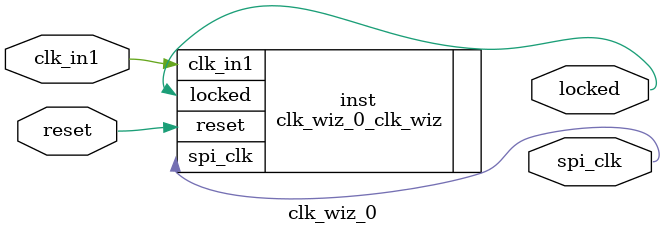
<source format=v>


`timescale 1ps/1ps

(* CORE_GENERATION_INFO = "clk_wiz_0,clk_wiz_v6_0_3_0_0,{component_name=clk_wiz_0,use_phase_alignment=true,use_min_o_jitter=false,use_max_i_jitter=false,use_dyn_phase_shift=false,use_inclk_switchover=false,use_dyn_reconfig=false,enable_axi=0,feedback_source=FDBK_AUTO,PRIMITIVE=MMCM,num_out_clk=1,clkin1_period=10.000,clkin2_period=10.000,use_power_down=false,use_reset=true,use_locked=true,use_inclk_stopped=false,feedback_type=SINGLE,CLOCK_MGR_TYPE=NA,manual_override=false}" *)

module clk_wiz_0 
 (
  // Clock out ports
  output        spi_clk,
  // Status and control signals
  input         reset,
  output        locked,
 // Clock in ports
  input         clk_in1
 );

  clk_wiz_0_clk_wiz inst
  (
  // Clock out ports  
  .spi_clk(spi_clk),
  // Status and control signals               
  .reset(reset), 
  .locked(locked),
 // Clock in ports
  .clk_in1(clk_in1)
  );

endmodule

</source>
